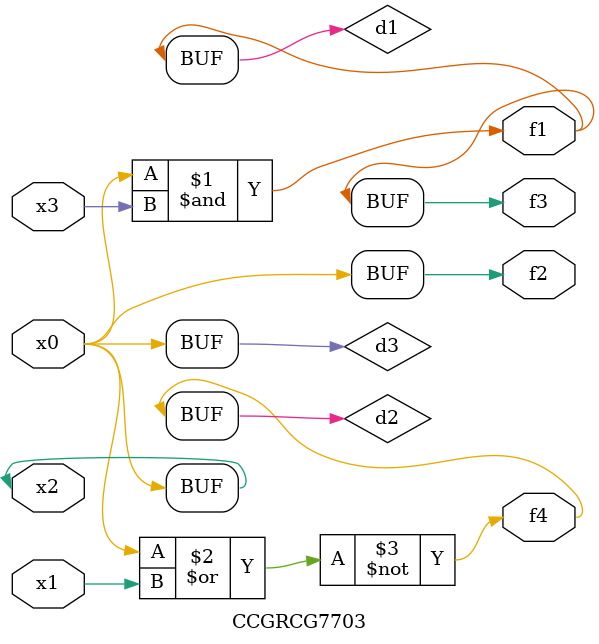
<source format=v>
module CCGRCG7703(
	input x0, x1, x2, x3,
	output f1, f2, f3, f4
);

	wire d1, d2, d3;

	and (d1, x2, x3);
	nor (d2, x0, x1);
	buf (d3, x0, x2);
	assign f1 = d1;
	assign f2 = d3;
	assign f3 = d1;
	assign f4 = d2;
endmodule

</source>
